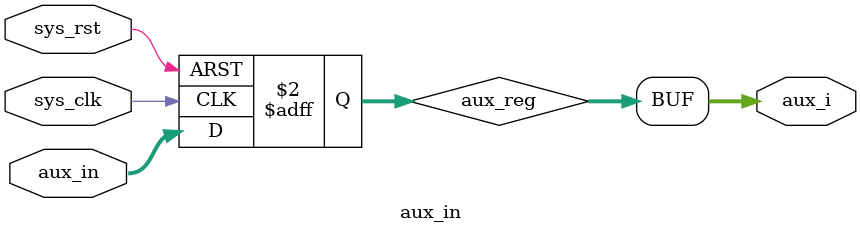
<source format=v>
`timescale 1ns / 1ps


module aux_in (
    input  wire        sys_clk,   // System clock
    input  wire        sys_rst,   // Asynchronous active-high reset
    input  wire [31:0] aux_in,    // Auxiliary input
    output wire [31:0] aux_i      // Auxiliary output
);

    reg [31:0] aux_reg;
      always @(posedge sys_clk or posedge sys_rst) begin
        if (sys_rst)
            aux_reg <= 32'b0;
        else
            aux_reg <= aux_in;
    end
    assign aux_i = aux_reg;
endmodule

</source>
